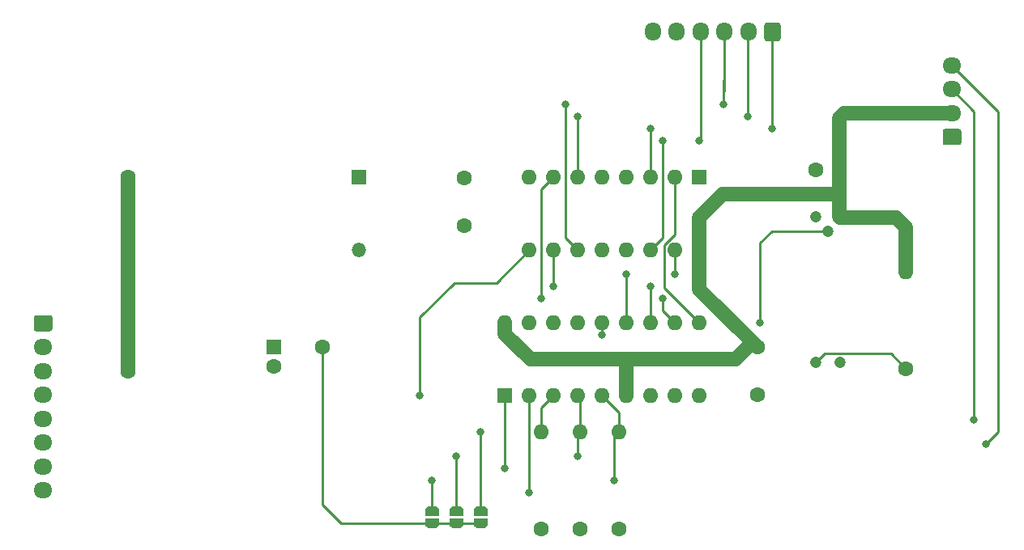
<source format=gbr>
%TF.GenerationSoftware,KiCad,Pcbnew,5.1.10-88a1d61d58~88~ubuntu20.04.1*%
%TF.CreationDate,2021-07-11T16:49:51+02:00*%
%TF.ProjectId,anna_elsa_reel_pcb,616e6e61-5f65-46c7-9361-5f7265656c5f,rev?*%
%TF.SameCoordinates,Original*%
%TF.FileFunction,Copper,L1,Top*%
%TF.FilePolarity,Positive*%
%FSLAX46Y46*%
G04 Gerber Fmt 4.6, Leading zero omitted, Abs format (unit mm)*
G04 Created by KiCad (PCBNEW 5.1.10-88a1d61d58~88~ubuntu20.04.1) date 2021-07-11 16:49:51*
%MOMM*%
%LPD*%
G01*
G04 APERTURE LIST*
%TA.AperFunction,ComponentPad*%
%ADD10C,1.600000*%
%TD*%
%TA.AperFunction,ComponentPad*%
%ADD11C,1.206500*%
%TD*%
%TA.AperFunction,ComponentPad*%
%ADD12O,1.500000X1.500000*%
%TD*%
%TA.AperFunction,ComponentPad*%
%ADD13R,1.500000X1.500000*%
%TD*%
%TA.AperFunction,ComponentPad*%
%ADD14R,1.600000X1.600000*%
%TD*%
%TA.AperFunction,SMDPad,CuDef*%
%ADD15C,0.100000*%
%TD*%
%TA.AperFunction,ComponentPad*%
%ADD16O,1.600000X1.600000*%
%TD*%
%TA.AperFunction,ComponentPad*%
%ADD17O,1.950000X1.700000*%
%TD*%
%TA.AperFunction,ComponentPad*%
%ADD18O,1.700000X1.950000*%
%TD*%
%TA.AperFunction,ViaPad*%
%ADD19C,0.800000*%
%TD*%
%TA.AperFunction,ViaPad*%
%ADD20C,1.600000*%
%TD*%
%TA.AperFunction,Conductor*%
%ADD21C,0.250000*%
%TD*%
%TA.AperFunction,Conductor*%
%ADD22C,1.500000*%
%TD*%
G04 APERTURE END LIST*
D10*
%TO.P,C4,2*%
%TO.N,GND*%
X141000000Y-67250000D03*
%TO.P,C4,1*%
%TO.N,+24V*%
X141000000Y-62250000D03*
%TD*%
%TO.P,C1,2*%
%TO.N,GND*%
X171688000Y-85010000D03*
%TO.P,C1,1*%
%TO.N,+5V*%
X171688000Y-80010000D03*
%TD*%
D11*
%TO.P,U3,5*%
%TO.N,GND*%
X177730000Y-66380000D03*
%TO.P,U3,4*%
%TO.N,/PHOTOINTERRUPTER*%
X179000000Y-67850660D03*
%TO.P,U3,3*%
%TO.N,+5V*%
X180297940Y-66400320D03*
%TO.P,U3,2*%
%TO.N,GND*%
X180270000Y-81620000D03*
%TO.P,U3,1*%
%TO.N,Net-(R1-Pad1)*%
X177760480Y-81599680D03*
%TD*%
D12*
%TO.P,D1,2*%
%TO.N,GND*%
X130048000Y-69850000D03*
D13*
%TO.P,D1,1*%
%TO.N,+24V*%
X130048000Y-62230000D03*
%TD*%
D10*
%TO.P,C3,2*%
%TO.N,GND*%
X121158000Y-82010000D03*
D14*
%TO.P,C3,1*%
%TO.N,+5V*%
X121158000Y-80010000D03*
%TD*%
%TA.AperFunction,SMDPad,CuDef*%
D15*
%TO.P,JP3,2*%
%TO.N,Net-(JP3-Pad2)*%
G36*
X136918602Y-97140000D02*
G01*
X136918602Y-97115466D01*
X136923412Y-97066635D01*
X136932984Y-97018510D01*
X136947228Y-96971555D01*
X136966005Y-96926222D01*
X136989136Y-96882949D01*
X137016396Y-96842150D01*
X137047524Y-96804221D01*
X137082221Y-96769524D01*
X137120150Y-96738396D01*
X137160949Y-96711136D01*
X137204222Y-96688005D01*
X137249555Y-96669228D01*
X137296510Y-96654984D01*
X137344635Y-96645412D01*
X137393466Y-96640602D01*
X137418000Y-96640602D01*
X137418000Y-96640000D01*
X137918000Y-96640000D01*
X137918000Y-96640602D01*
X137942534Y-96640602D01*
X137991365Y-96645412D01*
X138039490Y-96654984D01*
X138086445Y-96669228D01*
X138131778Y-96688005D01*
X138175051Y-96711136D01*
X138215850Y-96738396D01*
X138253779Y-96769524D01*
X138288476Y-96804221D01*
X138319604Y-96842150D01*
X138346864Y-96882949D01*
X138369995Y-96926222D01*
X138388772Y-96971555D01*
X138403016Y-97018510D01*
X138412588Y-97066635D01*
X138417398Y-97115466D01*
X138417398Y-97140000D01*
X138418000Y-97140000D01*
X138418000Y-97640000D01*
X136918000Y-97640000D01*
X136918000Y-97140000D01*
X136918602Y-97140000D01*
G37*
%TD.AperFunction*%
%TA.AperFunction,SMDPad,CuDef*%
%TO.P,JP3,1*%
%TO.N,+5V*%
G36*
X138418000Y-97940000D02*
G01*
X138418000Y-98440000D01*
X138417398Y-98440000D01*
X138417398Y-98464534D01*
X138412588Y-98513365D01*
X138403016Y-98561490D01*
X138388772Y-98608445D01*
X138369995Y-98653778D01*
X138346864Y-98697051D01*
X138319604Y-98737850D01*
X138288476Y-98775779D01*
X138253779Y-98810476D01*
X138215850Y-98841604D01*
X138175051Y-98868864D01*
X138131778Y-98891995D01*
X138086445Y-98910772D01*
X138039490Y-98925016D01*
X137991365Y-98934588D01*
X137942534Y-98939398D01*
X137918000Y-98939398D01*
X137918000Y-98940000D01*
X137418000Y-98940000D01*
X137418000Y-98939398D01*
X137393466Y-98939398D01*
X137344635Y-98934588D01*
X137296510Y-98925016D01*
X137249555Y-98910772D01*
X137204222Y-98891995D01*
X137160949Y-98868864D01*
X137120150Y-98841604D01*
X137082221Y-98810476D01*
X137047524Y-98775779D01*
X137016396Y-98737850D01*
X136989136Y-98697051D01*
X136966005Y-98653778D01*
X136947228Y-98608445D01*
X136932984Y-98561490D01*
X136923412Y-98513365D01*
X136918602Y-98464534D01*
X136918602Y-98440000D01*
X136918000Y-98440000D01*
X136918000Y-97940000D01*
X138418000Y-97940000D01*
G37*
%TD.AperFunction*%
%TD*%
%TA.AperFunction,SMDPad,CuDef*%
%TO.P,JP2,2*%
%TO.N,Net-(JP2-Pad2)*%
G36*
X139458602Y-97140000D02*
G01*
X139458602Y-97115466D01*
X139463412Y-97066635D01*
X139472984Y-97018510D01*
X139487228Y-96971555D01*
X139506005Y-96926222D01*
X139529136Y-96882949D01*
X139556396Y-96842150D01*
X139587524Y-96804221D01*
X139622221Y-96769524D01*
X139660150Y-96738396D01*
X139700949Y-96711136D01*
X139744222Y-96688005D01*
X139789555Y-96669228D01*
X139836510Y-96654984D01*
X139884635Y-96645412D01*
X139933466Y-96640602D01*
X139958000Y-96640602D01*
X139958000Y-96640000D01*
X140458000Y-96640000D01*
X140458000Y-96640602D01*
X140482534Y-96640602D01*
X140531365Y-96645412D01*
X140579490Y-96654984D01*
X140626445Y-96669228D01*
X140671778Y-96688005D01*
X140715051Y-96711136D01*
X140755850Y-96738396D01*
X140793779Y-96769524D01*
X140828476Y-96804221D01*
X140859604Y-96842150D01*
X140886864Y-96882949D01*
X140909995Y-96926222D01*
X140928772Y-96971555D01*
X140943016Y-97018510D01*
X140952588Y-97066635D01*
X140957398Y-97115466D01*
X140957398Y-97140000D01*
X140958000Y-97140000D01*
X140958000Y-97640000D01*
X139458000Y-97640000D01*
X139458000Y-97140000D01*
X139458602Y-97140000D01*
G37*
%TD.AperFunction*%
%TA.AperFunction,SMDPad,CuDef*%
%TO.P,JP2,1*%
%TO.N,+5V*%
G36*
X140958000Y-97940000D02*
G01*
X140958000Y-98440000D01*
X140957398Y-98440000D01*
X140957398Y-98464534D01*
X140952588Y-98513365D01*
X140943016Y-98561490D01*
X140928772Y-98608445D01*
X140909995Y-98653778D01*
X140886864Y-98697051D01*
X140859604Y-98737850D01*
X140828476Y-98775779D01*
X140793779Y-98810476D01*
X140755850Y-98841604D01*
X140715051Y-98868864D01*
X140671778Y-98891995D01*
X140626445Y-98910772D01*
X140579490Y-98925016D01*
X140531365Y-98934588D01*
X140482534Y-98939398D01*
X140458000Y-98939398D01*
X140458000Y-98940000D01*
X139958000Y-98940000D01*
X139958000Y-98939398D01*
X139933466Y-98939398D01*
X139884635Y-98934588D01*
X139836510Y-98925016D01*
X139789555Y-98910772D01*
X139744222Y-98891995D01*
X139700949Y-98868864D01*
X139660150Y-98841604D01*
X139622221Y-98810476D01*
X139587524Y-98775779D01*
X139556396Y-98737850D01*
X139529136Y-98697051D01*
X139506005Y-98653778D01*
X139487228Y-98608445D01*
X139472984Y-98561490D01*
X139463412Y-98513365D01*
X139458602Y-98464534D01*
X139458602Y-98440000D01*
X139458000Y-98440000D01*
X139458000Y-97940000D01*
X140958000Y-97940000D01*
G37*
%TD.AperFunction*%
%TD*%
%TA.AperFunction,SMDPad,CuDef*%
%TO.P,JP1,2*%
%TO.N,Net-(JP1-Pad2)*%
G36*
X141998602Y-97140000D02*
G01*
X141998602Y-97115466D01*
X142003412Y-97066635D01*
X142012984Y-97018510D01*
X142027228Y-96971555D01*
X142046005Y-96926222D01*
X142069136Y-96882949D01*
X142096396Y-96842150D01*
X142127524Y-96804221D01*
X142162221Y-96769524D01*
X142200150Y-96738396D01*
X142240949Y-96711136D01*
X142284222Y-96688005D01*
X142329555Y-96669228D01*
X142376510Y-96654984D01*
X142424635Y-96645412D01*
X142473466Y-96640602D01*
X142498000Y-96640602D01*
X142498000Y-96640000D01*
X142998000Y-96640000D01*
X142998000Y-96640602D01*
X143022534Y-96640602D01*
X143071365Y-96645412D01*
X143119490Y-96654984D01*
X143166445Y-96669228D01*
X143211778Y-96688005D01*
X143255051Y-96711136D01*
X143295850Y-96738396D01*
X143333779Y-96769524D01*
X143368476Y-96804221D01*
X143399604Y-96842150D01*
X143426864Y-96882949D01*
X143449995Y-96926222D01*
X143468772Y-96971555D01*
X143483016Y-97018510D01*
X143492588Y-97066635D01*
X143497398Y-97115466D01*
X143497398Y-97140000D01*
X143498000Y-97140000D01*
X143498000Y-97640000D01*
X141998000Y-97640000D01*
X141998000Y-97140000D01*
X141998602Y-97140000D01*
G37*
%TD.AperFunction*%
%TA.AperFunction,SMDPad,CuDef*%
%TO.P,JP1,1*%
%TO.N,+5V*%
G36*
X143498000Y-97940000D02*
G01*
X143498000Y-98440000D01*
X143497398Y-98440000D01*
X143497398Y-98464534D01*
X143492588Y-98513365D01*
X143483016Y-98561490D01*
X143468772Y-98608445D01*
X143449995Y-98653778D01*
X143426864Y-98697051D01*
X143399604Y-98737850D01*
X143368476Y-98775779D01*
X143333779Y-98810476D01*
X143295850Y-98841604D01*
X143255051Y-98868864D01*
X143211778Y-98891995D01*
X143166445Y-98910772D01*
X143119490Y-98925016D01*
X143071365Y-98934588D01*
X143022534Y-98939398D01*
X142998000Y-98939398D01*
X142998000Y-98940000D01*
X142498000Y-98940000D01*
X142498000Y-98939398D01*
X142473466Y-98939398D01*
X142424635Y-98934588D01*
X142376510Y-98925016D01*
X142329555Y-98910772D01*
X142284222Y-98891995D01*
X142240949Y-98868864D01*
X142200150Y-98841604D01*
X142162221Y-98810476D01*
X142127524Y-98775779D01*
X142096396Y-98737850D01*
X142069136Y-98697051D01*
X142046005Y-98653778D01*
X142027228Y-98608445D01*
X142012984Y-98561490D01*
X142003412Y-98513365D01*
X141998602Y-98464534D01*
X141998602Y-98440000D01*
X141998000Y-98440000D01*
X141998000Y-97940000D01*
X143498000Y-97940000D01*
G37*
%TD.AperFunction*%
%TD*%
D16*
%TO.P,R4,2*%
%TO.N,Net-(JP3-Pad2)*%
X157198000Y-88900000D03*
D10*
%TO.P,R4,1*%
%TO.N,GND*%
X157198000Y-99060000D03*
%TD*%
D16*
%TO.P,R3,2*%
%TO.N,Net-(JP2-Pad2)*%
X153148000Y-88900000D03*
D10*
%TO.P,R3,1*%
%TO.N,GND*%
X153148000Y-99060000D03*
%TD*%
D16*
%TO.P,R2,2*%
%TO.N,Net-(JP1-Pad2)*%
X149098000Y-88900000D03*
D10*
%TO.P,R2,1*%
%TO.N,GND*%
X149098000Y-99060000D03*
%TD*%
D16*
%TO.P,U1,16*%
%TO.N,+5V*%
X165608000Y-69850000D03*
%TO.P,U1,8*%
%TO.N,+24V*%
X147828000Y-62230000D03*
%TO.P,U1,15*%
%TO.N,/M4_IN*%
X163068000Y-69850000D03*
%TO.P,U1,7*%
%TO.N,/M2_IN*%
X150368000Y-62230000D03*
%TO.P,U1,14*%
%TO.N,/M4_OUT*%
X160528000Y-69850000D03*
%TO.P,U1,6*%
%TO.N,/M2_OUT*%
X152908000Y-62230000D03*
%TO.P,U1,13*%
%TO.N,GND*%
X157988000Y-69850000D03*
%TO.P,U1,5*%
X155448000Y-62230000D03*
%TO.P,U1,12*%
X155448000Y-69850000D03*
%TO.P,U1,4*%
X157988000Y-62230000D03*
%TO.P,U1,11*%
%TO.N,/M3_OUT*%
X152908000Y-69850000D03*
%TO.P,U1,3*%
%TO.N,/M1_OUT*%
X160528000Y-62230000D03*
%TO.P,U1,10*%
%TO.N,/M3_IN*%
X150368000Y-69850000D03*
%TO.P,U1,2*%
%TO.N,/M1_IN*%
X163068000Y-62230000D03*
%TO.P,U1,9*%
%TO.N,/EN_PWM*%
X147828000Y-69850000D03*
D14*
%TO.P,U1,1*%
X165608000Y-62230000D03*
%TD*%
D10*
%TO.P,C2,2*%
%TO.N,GND*%
X177750000Y-61444000D03*
%TO.P,C2,1*%
%TO.N,+5V*%
X180250000Y-61444000D03*
%TD*%
D16*
%TO.P,R1,2*%
%TO.N,+5V*%
X187198000Y-72136000D03*
D10*
%TO.P,R1,1*%
%TO.N,Net-(R1-Pad1)*%
X187198000Y-82296000D03*
%TD*%
D16*
%TO.P,U2,18*%
%TO.N,+5V*%
X145288000Y-77470000D03*
%TO.P,U2,9*%
%TO.N,GND*%
X165608000Y-85090000D03*
%TO.P,U2,17*%
%TO.N,Net-(U2-Pad17)*%
X147828000Y-77470000D03*
%TO.P,U2,8*%
%TO.N,Net-(U2-Pad8)*%
X163068000Y-85090000D03*
%TO.P,U2,16*%
%TO.N,Net-(U2-Pad16)*%
X150368000Y-77470000D03*
%TO.P,U2,7*%
%TO.N,Net-(U2-Pad7)*%
X160528000Y-85090000D03*
%TO.P,U2,15*%
%TO.N,Net-(U2-Pad15)*%
X152908000Y-77470000D03*
%TO.P,U2,6*%
%TO.N,+5V*%
X157988000Y-85090000D03*
%TO.P,U2,14*%
%TO.N,/PHOTOINTERRUPTER*%
X155448000Y-77470000D03*
%TO.P,U2,5*%
%TO.N,Net-(JP3-Pad2)*%
X155448000Y-85090000D03*
%TO.P,U2,13*%
%TO.N,/M4_IN*%
X157988000Y-77470000D03*
%TO.P,U2,4*%
%TO.N,Net-(JP2-Pad2)*%
X152908000Y-85090000D03*
%TO.P,U2,12*%
%TO.N,/M3_IN*%
X160528000Y-77470000D03*
%TO.P,U2,3*%
%TO.N,Net-(JP1-Pad2)*%
X150368000Y-85090000D03*
%TO.P,U2,11*%
%TO.N,/M2_IN*%
X163068000Y-77470000D03*
%TO.P,U2,2*%
%TO.N,/SDA*%
X147828000Y-85090000D03*
%TO.P,U2,10*%
%TO.N,/M1_IN*%
X165608000Y-77470000D03*
D14*
%TO.P,U2,1*%
%TO.N,/SCL*%
X145288000Y-85090000D03*
%TD*%
D17*
%TO.P,J3,8*%
%TO.N,/SDA*%
X97000000Y-95000000D03*
%TO.P,J3,7*%
%TO.N,/SCL*%
X97000000Y-92500000D03*
%TO.P,J3,6*%
%TO.N,/LED_DIN*%
X97000000Y-90000000D03*
%TO.P,J3,5*%
%TO.N,/LED_DOUT*%
X97000000Y-87500000D03*
%TO.P,J3,4*%
%TO.N,/EN_PWM*%
X97000000Y-85000000D03*
%TO.P,J3,3*%
%TO.N,+24V*%
X97000000Y-82500000D03*
%TO.P,J3,2*%
%TO.N,+5V*%
X97000000Y-80000000D03*
%TO.P,J3,1*%
%TO.N,GND*%
%TA.AperFunction,ComponentPad*%
G36*
G01*
X96275000Y-76650000D02*
X97725000Y-76650000D01*
G75*
G02*
X97975000Y-76900000I0J-250000D01*
G01*
X97975000Y-78100000D01*
G75*
G02*
X97725000Y-78350000I-250000J0D01*
G01*
X96275000Y-78350000D01*
G75*
G02*
X96025000Y-78100000I0J250000D01*
G01*
X96025000Y-76900000D01*
G75*
G02*
X96275000Y-76650000I250000J0D01*
G01*
G37*
%TD.AperFunction*%
%TD*%
D18*
%TO.P,J2,6*%
%TO.N,Net-(J2-Pad6)*%
X160728000Y-47000000D03*
%TO.P,J2,5*%
%TO.N,Net-(J2-Pad5)*%
X163228000Y-47000000D03*
%TO.P,J2,4*%
%TO.N,/M4_OUT*%
X165728000Y-47000000D03*
%TO.P,J2,3*%
%TO.N,/M3_OUT*%
X168228000Y-47000000D03*
%TO.P,J2,2*%
%TO.N,/M2_OUT*%
X170728000Y-47000000D03*
%TO.P,J2,1*%
%TO.N,/M1_OUT*%
%TA.AperFunction,ComponentPad*%
G36*
G01*
X174078000Y-46275000D02*
X174078000Y-47725000D01*
G75*
G02*
X173828000Y-47975000I-250000J0D01*
G01*
X172628000Y-47975000D01*
G75*
G02*
X172378000Y-47725000I0J250000D01*
G01*
X172378000Y-46275000D01*
G75*
G02*
X172628000Y-46025000I250000J0D01*
G01*
X173828000Y-46025000D01*
G75*
G02*
X174078000Y-46275000I0J-250000D01*
G01*
G37*
%TD.AperFunction*%
%TD*%
D17*
%TO.P,J1,4*%
%TO.N,/LED_DIN*%
X192000000Y-50500000D03*
%TO.P,J1,3*%
%TO.N,/LED_DOUT*%
X192000000Y-53000000D03*
%TO.P,J1,2*%
%TO.N,+5V*%
X192000000Y-55500000D03*
%TO.P,J1,1*%
%TO.N,GND*%
%TA.AperFunction,ComponentPad*%
G36*
G01*
X192725000Y-58850000D02*
X191275000Y-58850000D01*
G75*
G02*
X191025000Y-58600000I0J250000D01*
G01*
X191025000Y-57400000D01*
G75*
G02*
X191275000Y-57150000I250000J0D01*
G01*
X192725000Y-57150000D01*
G75*
G02*
X192975000Y-57400000I0J-250000D01*
G01*
X192975000Y-58600000D01*
G75*
G02*
X192725000Y-58850000I-250000J0D01*
G01*
G37*
%TD.AperFunction*%
%TD*%
D19*
%TO.N,/LED_DIN*%
X195580000Y-90170000D03*
%TO.N,/LED_DOUT*%
X194310000Y-87630000D03*
D20*
%TO.N,+5V*%
X126238000Y-80010000D03*
D19*
%TO.N,/M4_OUT*%
X165608000Y-58420000D03*
X161798000Y-58420000D03*
%TO.N,/M3_OUT*%
X151638000Y-54610000D03*
X168148000Y-54610000D03*
%TO.N,/M2_OUT*%
X152908000Y-55880000D03*
X170688000Y-55880000D03*
%TO.N,/M1_OUT*%
X173228000Y-57150000D03*
X160528000Y-57150000D03*
%TO.N,/EN_PWM*%
X136398000Y-85090000D03*
D20*
%TO.N,+24V*%
X105918000Y-62230000D03*
X105918000Y-82550000D03*
D19*
%TO.N,/PHOTOINTERRUPTER*%
X155448000Y-78740000D03*
X171958000Y-77470000D03*
%TO.N,/M4_IN*%
X163068000Y-72390000D03*
X157988000Y-72390000D03*
%TO.N,/M2_IN*%
X149098000Y-74930000D03*
X161798000Y-74930000D03*
%TO.N,/M3_IN*%
X150368000Y-73660000D03*
X160528000Y-73660000D03*
%TO.N,/SDA*%
X147828000Y-95250000D03*
%TO.N,/SCL*%
X145288000Y-92710000D03*
%TO.N,Net-(JP1-Pad2)*%
X142748000Y-88900000D03*
%TO.N,Net-(JP2-Pad2)*%
X140208000Y-91440000D03*
X152908000Y-91440000D03*
%TO.N,Net-(JP3-Pad2)*%
X137668000Y-93980000D03*
X156718000Y-93980000D03*
%TD*%
D21*
%TO.N,/LED_DIN*%
X195580000Y-90170000D02*
X196850000Y-88900000D01*
X196850000Y-55350000D02*
X192000000Y-50500000D01*
X196850000Y-88900000D02*
X196850000Y-55350000D01*
%TO.N,/LED_DOUT*%
X194310000Y-55310000D02*
X192000000Y-53000000D01*
X194310000Y-87630000D02*
X194310000Y-55310000D01*
D22*
%TO.N,+5V*%
X165608000Y-69850000D02*
X165608000Y-73930000D01*
X145288000Y-78601370D02*
X147966630Y-81280000D01*
X145288000Y-77470000D02*
X145288000Y-78601370D01*
X169418000Y-81280000D02*
X171188000Y-79510000D01*
X171188000Y-79510000D02*
X171688000Y-80010000D01*
X165608000Y-73930000D02*
X171188000Y-79510000D01*
X157988000Y-85090000D02*
X157988000Y-81280000D01*
X157988000Y-81280000D02*
X169418000Y-81280000D01*
X147966630Y-81280000D02*
X157988000Y-81280000D01*
D21*
X128158000Y-98440000D02*
X142748000Y-98440000D01*
X126238000Y-96520000D02*
X128158000Y-98440000D01*
X126238000Y-80010000D02*
X126238000Y-96520000D01*
D22*
X165608000Y-69850000D02*
X165608000Y-66392000D01*
X165608000Y-66392000D02*
X168000000Y-64000000D01*
X180250000Y-66352380D02*
X180297940Y-66400320D01*
X180000000Y-64000000D02*
X180250000Y-63750000D01*
X168000000Y-64000000D02*
X180000000Y-64000000D01*
X180250000Y-63750000D02*
X180250000Y-66352380D01*
X180250000Y-61444000D02*
X180250000Y-63750000D01*
X180297940Y-66400320D02*
X186150320Y-66400320D01*
X187198000Y-67448000D02*
X187198000Y-72136000D01*
X186150320Y-66400320D02*
X187198000Y-67448000D01*
X180250000Y-61444000D02*
X180250000Y-56000000D01*
X180750000Y-55500000D02*
X192000000Y-55500000D01*
X180250000Y-56000000D02*
X180750000Y-55500000D01*
D21*
%TO.N,/M4_OUT*%
X165728000Y-47000000D02*
X165728000Y-58300000D01*
X165728000Y-58300000D02*
X165608000Y-58420000D01*
X161798000Y-68580000D02*
X160528000Y-69850000D01*
X161798000Y-58420000D02*
X161798000Y-68580000D01*
%TO.N,/M3_OUT*%
X168228000Y-53260000D02*
X168148000Y-53340000D01*
X168228000Y-47000000D02*
X168228000Y-53260000D01*
X151638000Y-68580000D02*
X151638000Y-54610000D01*
X152908000Y-69850000D02*
X151638000Y-68580000D01*
X168148000Y-54610000D02*
X168148000Y-53340000D01*
X168148000Y-53340000D02*
X168148000Y-52070000D01*
%TO.N,/M2_OUT*%
X152908000Y-62230000D02*
X152908000Y-55880000D01*
X170688000Y-47040000D02*
X170728000Y-47000000D01*
X170688000Y-55880000D02*
X170688000Y-47040000D01*
%TO.N,/M1_OUT*%
X173228000Y-47000000D02*
X173228000Y-57150000D01*
X160528000Y-57150000D02*
X160528000Y-62230000D01*
%TO.N,/EN_PWM*%
X136398000Y-85090000D02*
X136398000Y-76852000D01*
X136398000Y-76852000D02*
X140000000Y-73250000D01*
X144428000Y-73250000D02*
X147828000Y-69850000D01*
X140000000Y-73250000D02*
X144428000Y-73250000D01*
D22*
%TO.N,+24V*%
X105918000Y-62230000D02*
X105918000Y-82550000D01*
D21*
%TO.N,/PHOTOINTERRUPTER*%
X155448000Y-77470000D02*
X155448000Y-78740000D01*
X173149340Y-67850660D02*
X179000000Y-67850660D01*
X171958000Y-69042000D02*
X173149340Y-67850660D01*
X171958000Y-77470000D02*
X171958000Y-69042000D01*
%TO.N,/M4_IN*%
X163068000Y-69850000D02*
X163068000Y-72390000D01*
X157988000Y-72390000D02*
X157988000Y-77470000D01*
%TO.N,/M2_IN*%
X149098000Y-63500000D02*
X149098000Y-74930000D01*
X150368000Y-62230000D02*
X149098000Y-63500000D01*
X161798000Y-76200000D02*
X163068000Y-77470000D01*
X161798000Y-74930000D02*
X161798000Y-76200000D01*
%TO.N,/M3_IN*%
X150368000Y-69850000D02*
X150368000Y-73660000D01*
X160528000Y-73660000D02*
X160528000Y-77470000D01*
%TO.N,/M1_IN*%
X161942999Y-69309999D02*
X161942999Y-73804999D01*
X161942999Y-73804999D02*
X165608000Y-77470000D01*
X163068000Y-68184998D02*
X161942999Y-69309999D01*
X163068000Y-62230000D02*
X163068000Y-68184998D01*
%TO.N,/SDA*%
X147828000Y-95250000D02*
X147828000Y-85090000D01*
%TO.N,/SCL*%
X145288000Y-92710000D02*
X145288000Y-85090000D01*
%TO.N,Net-(R1-Pad1)*%
X178668411Y-80691749D02*
X177760480Y-81599680D01*
X185593749Y-80691749D02*
X178668411Y-80691749D01*
X187198000Y-82296000D02*
X185593749Y-80691749D01*
%TO.N,Net-(JP1-Pad2)*%
X149098000Y-86360000D02*
X150368000Y-85090000D01*
X149098000Y-88900000D02*
X149098000Y-86360000D01*
X142748000Y-97140000D02*
X142748000Y-88900000D01*
%TO.N,Net-(JP2-Pad2)*%
X153148000Y-85330000D02*
X152908000Y-85090000D01*
X153148000Y-88900000D02*
X153148000Y-85330000D01*
X140208000Y-97140000D02*
X140208000Y-91440000D01*
X152908000Y-89140000D02*
X153148000Y-88900000D01*
X152908000Y-91440000D02*
X152908000Y-89140000D01*
%TO.N,Net-(JP3-Pad2)*%
X157198000Y-86840000D02*
X155448000Y-85090000D01*
X157198000Y-88900000D02*
X157198000Y-86840000D01*
X137668000Y-97140000D02*
X137668000Y-93980000D01*
X156718000Y-89380000D02*
X157198000Y-88900000D01*
X156718000Y-93980000D02*
X156718000Y-89380000D01*
%TD*%
M02*

</source>
